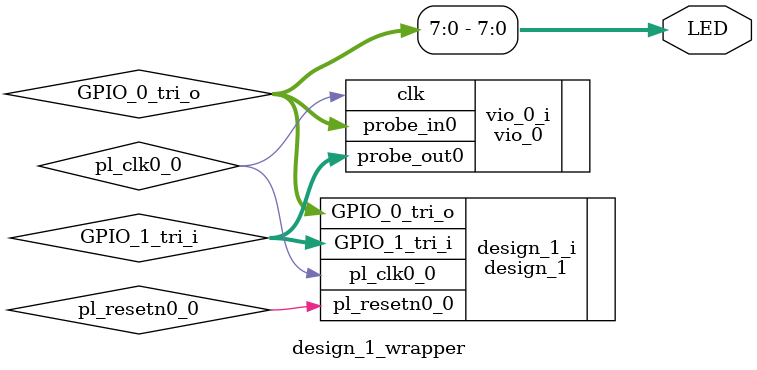
<source format=v>
`timescale 1 ps / 1 ps

module design_1_wrapper
   (LED);
  output [7:0] LED;
  
  wire [7:0] LED;
  
  wire [31:0]GPIO_0_tri_o;
  wire [31:0]GPIO_1_tri_i;
  wire pl_clk0_0;
  wire pl_resetn0_0;

  design_1 design_1_i
       (.GPIO_0_tri_o(GPIO_0_tri_o),
        .GPIO_1_tri_i(GPIO_1_tri_i),
        .pl_clk0_0(pl_clk0_0),
        .pl_resetn0_0(pl_resetn0_0));

  assign LED = GPIO_0_tri_o[7:0];

  vio_0 vio_0_i (
    .clk(pl_clk0_0),           // input wire clk
    .probe_in0(GPIO_0_tri_o),  // input wire [31 : 0] probe_in0
    .probe_out0(GPIO_1_tri_i)  // output wire [31 : 0] probe_out0
  );

endmodule

</source>
